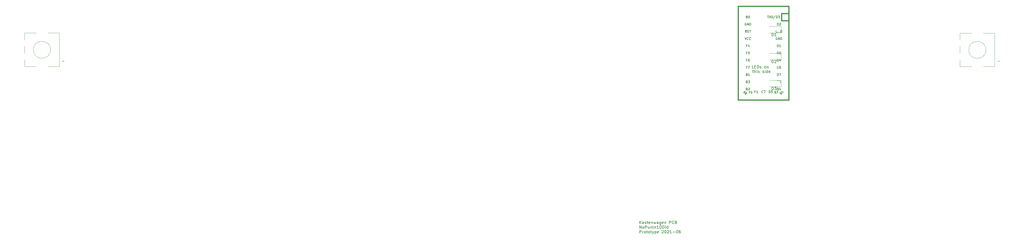
<source format=gto>
G04 #@! TF.GenerationSoftware,KiCad,Pcbnew,(5.1.9)-1*
G04 #@! TF.CreationDate,2021-06-08T14:56:48-04:00*
G04 #@! TF.ProjectId,kastenwagen-pcb,6b617374-656e-4776-9167-656e2d706362,rev?*
G04 #@! TF.SameCoordinates,Original*
G04 #@! TF.FileFunction,Legend,Top*
G04 #@! TF.FilePolarity,Positive*
%FSLAX46Y46*%
G04 Gerber Fmt 4.6, Leading zero omitted, Abs format (unit mm)*
G04 Created by KiCad (PCBNEW (5.1.9)-1) date 2021-06-08 14:56:48*
%MOMM*%
%LPD*%
G01*
G04 APERTURE LIST*
%ADD10C,0.150000*%
%ADD11C,0.120000*%
%ADD12C,0.381000*%
%ADD13C,3.987800*%
%ADD14C,1.750000*%
%ADD15C,3.048000*%
%ADD16R,2.000000X2.000000*%
%ADD17C,2.000000*%
%ADD18C,1.752600*%
%ADD19R,1.752600X1.752600*%
G04 APERTURE END LIST*
D10*
X235387195Y-86686380D02*
X235387195Y-85686380D01*
X235958623Y-86686380D02*
X235530052Y-86114952D01*
X235958623Y-85686380D02*
X235387195Y-86257809D01*
X236815766Y-86686380D02*
X236815766Y-86162571D01*
X236768147Y-86067333D01*
X236672909Y-86019714D01*
X236482433Y-86019714D01*
X236387195Y-86067333D01*
X236815766Y-86638761D02*
X236720528Y-86686380D01*
X236482433Y-86686380D01*
X236387195Y-86638761D01*
X236339576Y-86543523D01*
X236339576Y-86448285D01*
X236387195Y-86353047D01*
X236482433Y-86305428D01*
X236720528Y-86305428D01*
X236815766Y-86257809D01*
X237244338Y-86638761D02*
X237339576Y-86686380D01*
X237530052Y-86686380D01*
X237625290Y-86638761D01*
X237672909Y-86543523D01*
X237672909Y-86495904D01*
X237625290Y-86400666D01*
X237530052Y-86353047D01*
X237387195Y-86353047D01*
X237291957Y-86305428D01*
X237244338Y-86210190D01*
X237244338Y-86162571D01*
X237291957Y-86067333D01*
X237387195Y-86019714D01*
X237530052Y-86019714D01*
X237625290Y-86067333D01*
X237958623Y-86019714D02*
X238339576Y-86019714D01*
X238101480Y-85686380D02*
X238101480Y-86543523D01*
X238149100Y-86638761D01*
X238244338Y-86686380D01*
X238339576Y-86686380D01*
X239053861Y-86638761D02*
X238958623Y-86686380D01*
X238768147Y-86686380D01*
X238672909Y-86638761D01*
X238625290Y-86543523D01*
X238625290Y-86162571D01*
X238672909Y-86067333D01*
X238768147Y-86019714D01*
X238958623Y-86019714D01*
X239053861Y-86067333D01*
X239101480Y-86162571D01*
X239101480Y-86257809D01*
X238625290Y-86353047D01*
X239530052Y-86019714D02*
X239530052Y-86686380D01*
X239530052Y-86114952D02*
X239577671Y-86067333D01*
X239672909Y-86019714D01*
X239815766Y-86019714D01*
X239911004Y-86067333D01*
X239958623Y-86162571D01*
X239958623Y-86686380D01*
X240339576Y-86019714D02*
X240530052Y-86686380D01*
X240720528Y-86210190D01*
X240911004Y-86686380D01*
X241101480Y-86019714D01*
X241911004Y-86686380D02*
X241911004Y-86162571D01*
X241863385Y-86067333D01*
X241768147Y-86019714D01*
X241577671Y-86019714D01*
X241482433Y-86067333D01*
X241911004Y-86638761D02*
X241815766Y-86686380D01*
X241577671Y-86686380D01*
X241482433Y-86638761D01*
X241434814Y-86543523D01*
X241434814Y-86448285D01*
X241482433Y-86353047D01*
X241577671Y-86305428D01*
X241815766Y-86305428D01*
X241911004Y-86257809D01*
X242815766Y-86019714D02*
X242815766Y-86829238D01*
X242768147Y-86924476D01*
X242720528Y-86972095D01*
X242625290Y-87019714D01*
X242482433Y-87019714D01*
X242387195Y-86972095D01*
X242815766Y-86638761D02*
X242720528Y-86686380D01*
X242530052Y-86686380D01*
X242434814Y-86638761D01*
X242387195Y-86591142D01*
X242339576Y-86495904D01*
X242339576Y-86210190D01*
X242387195Y-86114952D01*
X242434814Y-86067333D01*
X242530052Y-86019714D01*
X242720528Y-86019714D01*
X242815766Y-86067333D01*
X243672909Y-86638761D02*
X243577671Y-86686380D01*
X243387195Y-86686380D01*
X243291957Y-86638761D01*
X243244338Y-86543523D01*
X243244338Y-86162571D01*
X243291957Y-86067333D01*
X243387195Y-86019714D01*
X243577671Y-86019714D01*
X243672909Y-86067333D01*
X243720528Y-86162571D01*
X243720528Y-86257809D01*
X243244338Y-86353047D01*
X244149100Y-86019714D02*
X244149100Y-86686380D01*
X244149100Y-86114952D02*
X244196719Y-86067333D01*
X244291957Y-86019714D01*
X244434814Y-86019714D01*
X244530052Y-86067333D01*
X244577671Y-86162571D01*
X244577671Y-86686380D01*
X245815766Y-86686380D02*
X245815766Y-85686380D01*
X246196719Y-85686380D01*
X246291957Y-85734000D01*
X246339576Y-85781619D01*
X246387195Y-85876857D01*
X246387195Y-86019714D01*
X246339576Y-86114952D01*
X246291957Y-86162571D01*
X246196719Y-86210190D01*
X245815766Y-86210190D01*
X247387195Y-86591142D02*
X247339576Y-86638761D01*
X247196719Y-86686380D01*
X247101480Y-86686380D01*
X246958623Y-86638761D01*
X246863385Y-86543523D01*
X246815766Y-86448285D01*
X246768147Y-86257809D01*
X246768147Y-86114952D01*
X246815766Y-85924476D01*
X246863385Y-85829238D01*
X246958623Y-85734000D01*
X247101480Y-85686380D01*
X247196719Y-85686380D01*
X247339576Y-85734000D01*
X247387195Y-85781619D01*
X248149100Y-86162571D02*
X248291957Y-86210190D01*
X248339576Y-86257809D01*
X248387195Y-86353047D01*
X248387195Y-86495904D01*
X248339576Y-86591142D01*
X248291957Y-86638761D01*
X248196719Y-86686380D01*
X247815766Y-86686380D01*
X247815766Y-85686380D01*
X248149100Y-85686380D01*
X248244338Y-85734000D01*
X248291957Y-85781619D01*
X248339576Y-85876857D01*
X248339576Y-85972095D01*
X248291957Y-86067333D01*
X248244338Y-86114952D01*
X248149100Y-86162571D01*
X247815766Y-86162571D01*
X235387195Y-88336380D02*
X235387195Y-87336380D01*
X235958623Y-88336380D01*
X235958623Y-87336380D01*
X236577671Y-88336380D02*
X236482433Y-88288761D01*
X236434814Y-88241142D01*
X236387195Y-88145904D01*
X236387195Y-87860190D01*
X236434814Y-87764952D01*
X236482433Y-87717333D01*
X236577671Y-87669714D01*
X236720528Y-87669714D01*
X236815766Y-87717333D01*
X236863385Y-87764952D01*
X236911004Y-87860190D01*
X236911004Y-88145904D01*
X236863385Y-88241142D01*
X236815766Y-88288761D01*
X236720528Y-88336380D01*
X236577671Y-88336380D01*
X237339576Y-88336380D02*
X237339576Y-87336380D01*
X237720528Y-87336380D01*
X237815766Y-87384000D01*
X237863385Y-87431619D01*
X237911004Y-87526857D01*
X237911004Y-87669714D01*
X237863385Y-87764952D01*
X237815766Y-87812571D01*
X237720528Y-87860190D01*
X237339576Y-87860190D01*
X238768147Y-87669714D02*
X238768147Y-88336380D01*
X238339576Y-87669714D02*
X238339576Y-88193523D01*
X238387195Y-88288761D01*
X238482433Y-88336380D01*
X238625290Y-88336380D01*
X238720528Y-88288761D01*
X238768147Y-88241142D01*
X239244338Y-87669714D02*
X239244338Y-88336380D01*
X239244338Y-87764952D02*
X239291957Y-87717333D01*
X239387195Y-87669714D01*
X239530052Y-87669714D01*
X239625290Y-87717333D01*
X239672909Y-87812571D01*
X239672909Y-88336380D01*
X240149100Y-88336380D02*
X240149100Y-87336380D01*
X240625290Y-87669714D02*
X240625290Y-88336380D01*
X240625290Y-87764952D02*
X240672909Y-87717333D01*
X240768147Y-87669714D01*
X240911004Y-87669714D01*
X241006242Y-87717333D01*
X241053861Y-87812571D01*
X241053861Y-88336380D01*
X242053861Y-88336380D02*
X241482433Y-88336380D01*
X241768147Y-88336380D02*
X241768147Y-87336380D01*
X241672909Y-87479238D01*
X241577671Y-87574476D01*
X241482433Y-87622095D01*
X242672909Y-87336380D02*
X242768147Y-87336380D01*
X242863385Y-87384000D01*
X242911004Y-87431619D01*
X242958623Y-87526857D01*
X243006242Y-87717333D01*
X243006242Y-87955428D01*
X242958623Y-88145904D01*
X242911004Y-88241142D01*
X242863385Y-88288761D01*
X242768147Y-88336380D01*
X242672909Y-88336380D01*
X242577671Y-88288761D01*
X242530052Y-88241142D01*
X242482433Y-88145904D01*
X242434814Y-87955428D01*
X242434814Y-87717333D01*
X242482433Y-87526857D01*
X242530052Y-87431619D01*
X242577671Y-87384000D01*
X242672909Y-87336380D01*
X243434814Y-88336380D02*
X243434814Y-87336380D01*
X243672909Y-87336380D01*
X243815766Y-87384000D01*
X243911004Y-87479238D01*
X243958623Y-87574476D01*
X244006242Y-87764952D01*
X244006242Y-87907809D01*
X243958623Y-88098285D01*
X243911004Y-88193523D01*
X243815766Y-88288761D01*
X243672909Y-88336380D01*
X243434814Y-88336380D01*
X244434814Y-88336380D02*
X244434814Y-87669714D01*
X244434814Y-87336380D02*
X244387195Y-87384000D01*
X244434814Y-87431619D01*
X244482433Y-87384000D01*
X244434814Y-87336380D01*
X244434814Y-87431619D01*
X245339576Y-88336380D02*
X245339576Y-87336380D01*
X245339576Y-88288761D02*
X245244338Y-88336380D01*
X245053861Y-88336380D01*
X244958623Y-88288761D01*
X244911004Y-88241142D01*
X244863385Y-88145904D01*
X244863385Y-87860190D01*
X244911004Y-87764952D01*
X244958623Y-87717333D01*
X245053861Y-87669714D01*
X245244338Y-87669714D01*
X245339576Y-87717333D01*
X235387195Y-89986380D02*
X235387195Y-88986380D01*
X235768147Y-88986380D01*
X235863385Y-89034000D01*
X235911004Y-89081619D01*
X235958623Y-89176857D01*
X235958623Y-89319714D01*
X235911004Y-89414952D01*
X235863385Y-89462571D01*
X235768147Y-89510190D01*
X235387195Y-89510190D01*
X236387195Y-89986380D02*
X236387195Y-89319714D01*
X236387195Y-89510190D02*
X236434814Y-89414952D01*
X236482433Y-89367333D01*
X236577671Y-89319714D01*
X236672909Y-89319714D01*
X237149100Y-89986380D02*
X237053861Y-89938761D01*
X237006242Y-89891142D01*
X236958623Y-89795904D01*
X236958623Y-89510190D01*
X237006242Y-89414952D01*
X237053861Y-89367333D01*
X237149100Y-89319714D01*
X237291957Y-89319714D01*
X237387195Y-89367333D01*
X237434814Y-89414952D01*
X237482433Y-89510190D01*
X237482433Y-89795904D01*
X237434814Y-89891142D01*
X237387195Y-89938761D01*
X237291957Y-89986380D01*
X237149100Y-89986380D01*
X237768147Y-89319714D02*
X238149100Y-89319714D01*
X237911004Y-88986380D02*
X237911004Y-89843523D01*
X237958623Y-89938761D01*
X238053861Y-89986380D01*
X238149100Y-89986380D01*
X238625290Y-89986380D02*
X238530052Y-89938761D01*
X238482433Y-89891142D01*
X238434814Y-89795904D01*
X238434814Y-89510190D01*
X238482433Y-89414952D01*
X238530052Y-89367333D01*
X238625290Y-89319714D01*
X238768147Y-89319714D01*
X238863385Y-89367333D01*
X238911004Y-89414952D01*
X238958623Y-89510190D01*
X238958623Y-89795904D01*
X238911004Y-89891142D01*
X238863385Y-89938761D01*
X238768147Y-89986380D01*
X238625290Y-89986380D01*
X239244338Y-89319714D02*
X239625290Y-89319714D01*
X239387195Y-88986380D02*
X239387195Y-89843523D01*
X239434814Y-89938761D01*
X239530052Y-89986380D01*
X239625290Y-89986380D01*
X239863385Y-89319714D02*
X240101480Y-89986380D01*
X240339576Y-89319714D02*
X240101480Y-89986380D01*
X240006242Y-90224476D01*
X239958623Y-90272095D01*
X239863385Y-90319714D01*
X240720528Y-89319714D02*
X240720528Y-90319714D01*
X240720528Y-89367333D02*
X240815766Y-89319714D01*
X241006242Y-89319714D01*
X241101480Y-89367333D01*
X241149100Y-89414952D01*
X241196719Y-89510190D01*
X241196719Y-89795904D01*
X241149100Y-89891142D01*
X241101480Y-89938761D01*
X241006242Y-89986380D01*
X240815766Y-89986380D01*
X240720528Y-89938761D01*
X242006242Y-89938761D02*
X241911004Y-89986380D01*
X241720528Y-89986380D01*
X241625290Y-89938761D01*
X241577671Y-89843523D01*
X241577671Y-89462571D01*
X241625290Y-89367333D01*
X241720528Y-89319714D01*
X241911004Y-89319714D01*
X242006242Y-89367333D01*
X242053861Y-89462571D01*
X242053861Y-89557809D01*
X241577671Y-89653047D01*
X243196719Y-89081619D02*
X243244338Y-89034000D01*
X243339576Y-88986380D01*
X243577671Y-88986380D01*
X243672909Y-89034000D01*
X243720528Y-89081619D01*
X243768147Y-89176857D01*
X243768147Y-89272095D01*
X243720528Y-89414952D01*
X243149100Y-89986380D01*
X243768147Y-89986380D01*
X244387195Y-88986380D02*
X244482433Y-88986380D01*
X244577671Y-89034000D01*
X244625290Y-89081619D01*
X244672909Y-89176857D01*
X244720528Y-89367333D01*
X244720528Y-89605428D01*
X244672909Y-89795904D01*
X244625290Y-89891142D01*
X244577671Y-89938761D01*
X244482433Y-89986380D01*
X244387195Y-89986380D01*
X244291957Y-89938761D01*
X244244338Y-89891142D01*
X244196719Y-89795904D01*
X244149100Y-89605428D01*
X244149100Y-89367333D01*
X244196719Y-89176857D01*
X244244338Y-89081619D01*
X244291957Y-89034000D01*
X244387195Y-88986380D01*
X245101480Y-89081619D02*
X245149100Y-89034000D01*
X245244338Y-88986380D01*
X245482433Y-88986380D01*
X245577671Y-89034000D01*
X245625290Y-89081619D01*
X245672909Y-89176857D01*
X245672909Y-89272095D01*
X245625290Y-89414952D01*
X245053861Y-89986380D01*
X245672909Y-89986380D01*
X246625290Y-89986380D02*
X246053861Y-89986380D01*
X246339576Y-89986380D02*
X246339576Y-88986380D01*
X246244338Y-89129238D01*
X246149100Y-89224476D01*
X246053861Y-89272095D01*
X247053861Y-89605428D02*
X247815766Y-89605428D01*
X248482433Y-88986380D02*
X248577671Y-88986380D01*
X248672909Y-89034000D01*
X248720528Y-89081619D01*
X248768147Y-89176857D01*
X248815766Y-89367333D01*
X248815766Y-89605428D01*
X248768147Y-89795904D01*
X248720528Y-89891142D01*
X248672909Y-89938761D01*
X248577671Y-89986380D01*
X248482433Y-89986380D01*
X248387195Y-89938761D01*
X248339576Y-89891142D01*
X248291957Y-89795904D01*
X248244338Y-89605428D01*
X248244338Y-89367333D01*
X248291957Y-89176857D01*
X248339576Y-89081619D01*
X248387195Y-89034000D01*
X248482433Y-88986380D01*
X249672909Y-88986380D02*
X249482433Y-88986380D01*
X249387195Y-89034000D01*
X249339576Y-89081619D01*
X249244338Y-89224476D01*
X249196719Y-89414952D01*
X249196719Y-89795904D01*
X249244338Y-89891142D01*
X249291957Y-89938761D01*
X249387195Y-89986380D01*
X249577671Y-89986380D01*
X249672909Y-89938761D01*
X249720528Y-89891142D01*
X249768147Y-89795904D01*
X249768147Y-89557809D01*
X249720528Y-89462571D01*
X249672909Y-89414952D01*
X249577671Y-89367333D01*
X249387195Y-89367333D01*
X249291957Y-89414952D01*
X249244338Y-89462571D01*
X249196719Y-89557809D01*
X275466514Y-31834580D02*
X274990323Y-31834580D01*
X274990323Y-30834580D01*
X275799847Y-31310771D02*
X276133180Y-31310771D01*
X276276038Y-31834580D02*
X275799847Y-31834580D01*
X275799847Y-30834580D01*
X276276038Y-30834580D01*
X276704609Y-31834580D02*
X276704609Y-30834580D01*
X276942704Y-30834580D01*
X277085561Y-30882200D01*
X277180800Y-30977438D01*
X277228419Y-31072676D01*
X277276038Y-31263152D01*
X277276038Y-31406009D01*
X277228419Y-31596485D01*
X277180800Y-31691723D01*
X277085561Y-31786961D01*
X276942704Y-31834580D01*
X276704609Y-31834580D01*
X277656990Y-31786961D02*
X277752228Y-31834580D01*
X277942704Y-31834580D01*
X278037942Y-31786961D01*
X278085561Y-31691723D01*
X278085561Y-31644104D01*
X278037942Y-31548866D01*
X277942704Y-31501247D01*
X277799847Y-31501247D01*
X277704609Y-31453628D01*
X277656990Y-31358390D01*
X277656990Y-31310771D01*
X277704609Y-31215533D01*
X277799847Y-31167914D01*
X277942704Y-31167914D01*
X278037942Y-31215533D01*
X279418895Y-31834580D02*
X279323657Y-31786961D01*
X279276038Y-31739342D01*
X279228419Y-31644104D01*
X279228419Y-31358390D01*
X279276038Y-31263152D01*
X279323657Y-31215533D01*
X279418895Y-31167914D01*
X279561752Y-31167914D01*
X279656990Y-31215533D01*
X279704609Y-31263152D01*
X279752228Y-31358390D01*
X279752228Y-31644104D01*
X279704609Y-31739342D01*
X279656990Y-31786961D01*
X279561752Y-31834580D01*
X279418895Y-31834580D01*
X280180800Y-31167914D02*
X280180800Y-31834580D01*
X280180800Y-31263152D02*
X280228419Y-31215533D01*
X280323657Y-31167914D01*
X280466514Y-31167914D01*
X280561752Y-31215533D01*
X280609371Y-31310771D01*
X280609371Y-31834580D01*
X274990323Y-32817914D02*
X275371276Y-32817914D01*
X275133180Y-32484580D02*
X275133180Y-33341723D01*
X275180800Y-33436961D01*
X275276038Y-33484580D01*
X275371276Y-33484580D01*
X275704609Y-33484580D02*
X275704609Y-32484580D01*
X276133180Y-33484580D02*
X276133180Y-32960771D01*
X276085561Y-32865533D01*
X275990323Y-32817914D01*
X275847466Y-32817914D01*
X275752228Y-32865533D01*
X275704609Y-32913152D01*
X276609371Y-33484580D02*
X276609371Y-32817914D01*
X276609371Y-32484580D02*
X276561752Y-32532200D01*
X276609371Y-32579819D01*
X276656990Y-32532200D01*
X276609371Y-32484580D01*
X276609371Y-32579819D01*
X277037942Y-33436961D02*
X277133180Y-33484580D01*
X277323657Y-33484580D01*
X277418895Y-33436961D01*
X277466514Y-33341723D01*
X277466514Y-33294104D01*
X277418895Y-33198866D01*
X277323657Y-33151247D01*
X277180800Y-33151247D01*
X277085561Y-33103628D01*
X277037942Y-33008390D01*
X277037942Y-32960771D01*
X277085561Y-32865533D01*
X277180800Y-32817914D01*
X277323657Y-32817914D01*
X277418895Y-32865533D01*
X278609371Y-33436961D02*
X278704609Y-33484580D01*
X278895085Y-33484580D01*
X278990323Y-33436961D01*
X279037942Y-33341723D01*
X279037942Y-33294104D01*
X278990323Y-33198866D01*
X278895085Y-33151247D01*
X278752228Y-33151247D01*
X278656990Y-33103628D01*
X278609371Y-33008390D01*
X278609371Y-32960771D01*
X278656990Y-32865533D01*
X278752228Y-32817914D01*
X278895085Y-32817914D01*
X278990323Y-32865533D01*
X279466514Y-33484580D02*
X279466514Y-32817914D01*
X279466514Y-32484580D02*
X279418895Y-32532200D01*
X279466514Y-32579819D01*
X279514133Y-32532200D01*
X279466514Y-32484580D01*
X279466514Y-32579819D01*
X280371276Y-33484580D02*
X280371276Y-32484580D01*
X280371276Y-33436961D02*
X280276038Y-33484580D01*
X280085561Y-33484580D01*
X279990323Y-33436961D01*
X279942704Y-33389342D01*
X279895085Y-33294104D01*
X279895085Y-33008390D01*
X279942704Y-32913152D01*
X279990323Y-32865533D01*
X280085561Y-32817914D01*
X280276038Y-32817914D01*
X280371276Y-32865533D01*
X281228419Y-33436961D02*
X281133180Y-33484580D01*
X280942704Y-33484580D01*
X280847466Y-33436961D01*
X280799847Y-33341723D01*
X280799847Y-32960771D01*
X280847466Y-32865533D01*
X280942704Y-32817914D01*
X281133180Y-32817914D01*
X281228419Y-32865533D01*
X281276038Y-32960771D01*
X281276038Y-33056009D01*
X280799847Y-33151247D01*
X280669047Y-18055714D02*
X281430952Y-18341428D01*
X280669047Y-18627142D01*
X280669047Y-27455714D02*
X281430952Y-27741428D01*
X280669047Y-28027142D01*
X280619047Y-36985714D02*
X281380952Y-37271428D01*
X280619047Y-37557142D01*
D11*
G04 #@! TO.C,D3*
X280987500Y-38385000D02*
X285047500Y-38385000D01*
X285047500Y-38385000D02*
X285047500Y-36115000D01*
X285047500Y-36115000D02*
X280987500Y-36115000D01*
G04 #@! TO.C,D2*
X280987500Y-28882500D02*
X285047500Y-28882500D01*
X285047500Y-28882500D02*
X285047500Y-26612500D01*
X285047500Y-26612500D02*
X280987500Y-26612500D01*
G04 #@! TO.C,D1*
X280987500Y-19385000D02*
X285047500Y-19385000D01*
X285047500Y-19385000D02*
X285047500Y-17115000D01*
X285047500Y-17115000D02*
X280987500Y-17115000D01*
G04 #@! TO.C,RSW181*
X357012500Y-25400000D02*
G75*
G03*
X357012500Y-25400000I-3000000J0D01*
G01*
X352012500Y-31300000D02*
X347912500Y-31300000D01*
X347912500Y-19500000D02*
X352012500Y-19500000D01*
X356012500Y-19500000D02*
X360112500Y-19500000D01*
X356012500Y-31300000D02*
X360112500Y-31300000D01*
X360112500Y-31300000D02*
X360112500Y-19500000D01*
X361512500Y-29200000D02*
X361812500Y-29500000D01*
X361812500Y-29500000D02*
X361212500Y-29500000D01*
X361212500Y-29500000D02*
X361512500Y-29200000D01*
X347912500Y-31300000D02*
X347912500Y-28900000D01*
X347912500Y-26700000D02*
X347912500Y-24100000D01*
X347912500Y-21900000D02*
X347912500Y-19500000D01*
X354012500Y-25900000D02*
X354012500Y-24900000D01*
X354512500Y-25400000D02*
X353512500Y-25400000D01*
G04 #@! TO.C,RSW100*
X28400000Y-25356250D02*
G75*
G03*
X28400000Y-25356250I-3000000J0D01*
G01*
X23400000Y-31256250D02*
X19300000Y-31256250D01*
X19300000Y-19456250D02*
X23400000Y-19456250D01*
X27400000Y-19456250D02*
X31500000Y-19456250D01*
X27400000Y-31256250D02*
X31500000Y-31256250D01*
X31500000Y-31256250D02*
X31500000Y-19456250D01*
X32900000Y-29156250D02*
X33200000Y-29456250D01*
X33200000Y-29456250D02*
X32600000Y-29456250D01*
X32600000Y-29456250D02*
X32900000Y-29156250D01*
X19300000Y-31256250D02*
X19300000Y-28856250D01*
X19300000Y-26656250D02*
X19300000Y-24056250D01*
X19300000Y-21856250D02*
X19300000Y-19456250D01*
X25400000Y-25856250D02*
X25400000Y-24856250D01*
X25900000Y-25356250D02*
X24900000Y-25356250D01*
D12*
G04 #@! TO.C,U1*
X285230000Y-15110000D02*
X287770000Y-15110000D01*
X285230000Y-12570000D02*
X285230000Y-15110000D01*
D10*
G36*
X272835365Y-18859030D02*
G01*
X272835365Y-18959030D01*
X272735365Y-18959030D01*
X272735365Y-18859030D01*
X272835365Y-18859030D01*
G37*
X272835365Y-18859030D02*
X272835365Y-18959030D01*
X272735365Y-18959030D01*
X272735365Y-18859030D01*
X272835365Y-18859030D01*
G36*
X272635365Y-18459030D02*
G01*
X272635365Y-19259030D01*
X272535365Y-19259030D01*
X272535365Y-18459030D01*
X272635365Y-18459030D01*
G37*
X272635365Y-18459030D02*
X272635365Y-19259030D01*
X272535365Y-19259030D01*
X272535365Y-18459030D01*
X272635365Y-18459030D01*
G36*
X273035365Y-19059030D02*
G01*
X273035365Y-19259030D01*
X272935365Y-19259030D01*
X272935365Y-19059030D01*
X273035365Y-19059030D01*
G37*
X273035365Y-19059030D02*
X273035365Y-19259030D01*
X272935365Y-19259030D01*
X272935365Y-19059030D01*
X273035365Y-19059030D01*
G36*
X273035365Y-18459030D02*
G01*
X273035365Y-18759030D01*
X272935365Y-18759030D01*
X272935365Y-18459030D01*
X273035365Y-18459030D01*
G37*
X273035365Y-18459030D02*
X273035365Y-18759030D01*
X272935365Y-18759030D01*
X272935365Y-18459030D01*
X273035365Y-18459030D01*
G36*
X273035365Y-18459030D02*
G01*
X273035365Y-18559030D01*
X272535365Y-18559030D01*
X272535365Y-18459030D01*
X273035365Y-18459030D01*
G37*
X273035365Y-18459030D02*
X273035365Y-18559030D01*
X272535365Y-18559030D01*
X272535365Y-18459030D01*
X273035365Y-18459030D01*
D12*
X269990000Y-43050000D02*
X269990000Y-10030000D01*
X287770000Y-43050000D02*
X269990000Y-43050000D01*
X287770000Y-10030000D02*
X287770000Y-43050000D01*
X269990000Y-10030000D02*
X287770000Y-10030000D01*
X285230000Y-12570000D02*
X287770000Y-12570000D01*
G04 #@! TO.C,D3*
D10*
X281849404Y-39522380D02*
X281849404Y-38522380D01*
X282087500Y-38522380D01*
X282230357Y-38570000D01*
X282325595Y-38665238D01*
X282373214Y-38760476D01*
X282420833Y-38950952D01*
X282420833Y-39093809D01*
X282373214Y-39284285D01*
X282325595Y-39379523D01*
X282230357Y-39474761D01*
X282087500Y-39522380D01*
X281849404Y-39522380D01*
X282754166Y-38522380D02*
X283373214Y-38522380D01*
X283039880Y-38903333D01*
X283182738Y-38903333D01*
X283277976Y-38950952D01*
X283325595Y-38998571D01*
X283373214Y-39093809D01*
X283373214Y-39331904D01*
X283325595Y-39427142D01*
X283277976Y-39474761D01*
X283182738Y-39522380D01*
X282897023Y-39522380D01*
X282801785Y-39474761D01*
X282754166Y-39427142D01*
G04 #@! TO.C,D2*
X281849404Y-30019880D02*
X281849404Y-29019880D01*
X282087500Y-29019880D01*
X282230357Y-29067500D01*
X282325595Y-29162738D01*
X282373214Y-29257976D01*
X282420833Y-29448452D01*
X282420833Y-29591309D01*
X282373214Y-29781785D01*
X282325595Y-29877023D01*
X282230357Y-29972261D01*
X282087500Y-30019880D01*
X281849404Y-30019880D01*
X282801785Y-29115119D02*
X282849404Y-29067500D01*
X282944642Y-29019880D01*
X283182738Y-29019880D01*
X283277976Y-29067500D01*
X283325595Y-29115119D01*
X283373214Y-29210357D01*
X283373214Y-29305595D01*
X283325595Y-29448452D01*
X282754166Y-30019880D01*
X283373214Y-30019880D01*
G04 #@! TO.C,D1*
X281849404Y-20522380D02*
X281849404Y-19522380D01*
X282087500Y-19522380D01*
X282230357Y-19570000D01*
X282325595Y-19665238D01*
X282373214Y-19760476D01*
X282420833Y-19950952D01*
X282420833Y-20093809D01*
X282373214Y-20284285D01*
X282325595Y-20379523D01*
X282230357Y-20474761D01*
X282087500Y-20522380D01*
X281849404Y-20522380D01*
X283373214Y-20522380D02*
X282801785Y-20522380D01*
X283087500Y-20522380D02*
X283087500Y-19522380D01*
X282992261Y-19665238D01*
X282897023Y-19760476D01*
X282801785Y-19808095D01*
G04 #@! TO.C,U1*
X283750523Y-16741904D02*
X283750523Y-15941904D01*
X283941000Y-15941904D01*
X284055285Y-15980000D01*
X284131476Y-16056190D01*
X284169571Y-16132380D01*
X284207666Y-16284761D01*
X284207666Y-16399047D01*
X284169571Y-16551428D01*
X284131476Y-16627619D01*
X284055285Y-16703809D01*
X283941000Y-16741904D01*
X283750523Y-16741904D01*
X284512428Y-16018095D02*
X284550523Y-15980000D01*
X284626714Y-15941904D01*
X284817190Y-15941904D01*
X284893380Y-15980000D01*
X284931476Y-16018095D01*
X284969571Y-16094285D01*
X284969571Y-16170476D01*
X284931476Y-16284761D01*
X284474333Y-16741904D01*
X284969571Y-16741904D01*
X283750523Y-26901904D02*
X283750523Y-26101904D01*
X283941000Y-26101904D01*
X284055285Y-26140000D01*
X284131476Y-26216190D01*
X284169571Y-26292380D01*
X284207666Y-26444761D01*
X284207666Y-26559047D01*
X284169571Y-26711428D01*
X284131476Y-26787619D01*
X284055285Y-26863809D01*
X283941000Y-26901904D01*
X283750523Y-26901904D01*
X284702904Y-26101904D02*
X284779095Y-26101904D01*
X284855285Y-26140000D01*
X284893380Y-26178095D01*
X284931476Y-26254285D01*
X284969571Y-26406666D01*
X284969571Y-26597142D01*
X284931476Y-26749523D01*
X284893380Y-26825714D01*
X284855285Y-26863809D01*
X284779095Y-26901904D01*
X284702904Y-26901904D01*
X284626714Y-26863809D01*
X284588619Y-26825714D01*
X284550523Y-26749523D01*
X284512428Y-26597142D01*
X284512428Y-26406666D01*
X284550523Y-26254285D01*
X284588619Y-26178095D01*
X284626714Y-26140000D01*
X284702904Y-26101904D01*
X283750523Y-24361904D02*
X283750523Y-23561904D01*
X283941000Y-23561904D01*
X284055285Y-23600000D01*
X284131476Y-23676190D01*
X284169571Y-23752380D01*
X284207666Y-23904761D01*
X284207666Y-24019047D01*
X284169571Y-24171428D01*
X284131476Y-24247619D01*
X284055285Y-24323809D01*
X283941000Y-24361904D01*
X283750523Y-24361904D01*
X284969571Y-24361904D02*
X284512428Y-24361904D01*
X284741000Y-24361904D02*
X284741000Y-23561904D01*
X284664809Y-23676190D01*
X284588619Y-23752380D01*
X284512428Y-23790476D01*
X283731476Y-21060000D02*
X283655285Y-21021904D01*
X283541000Y-21021904D01*
X283426714Y-21060000D01*
X283350523Y-21136190D01*
X283312428Y-21212380D01*
X283274333Y-21364761D01*
X283274333Y-21479047D01*
X283312428Y-21631428D01*
X283350523Y-21707619D01*
X283426714Y-21783809D01*
X283541000Y-21821904D01*
X283617190Y-21821904D01*
X283731476Y-21783809D01*
X283769571Y-21745714D01*
X283769571Y-21479047D01*
X283617190Y-21479047D01*
X284112428Y-21821904D02*
X284112428Y-21021904D01*
X284569571Y-21821904D01*
X284569571Y-21021904D01*
X284950523Y-21821904D02*
X284950523Y-21021904D01*
X285141000Y-21021904D01*
X285255285Y-21060000D01*
X285331476Y-21136190D01*
X285369571Y-21212380D01*
X285407666Y-21364761D01*
X285407666Y-21479047D01*
X285369571Y-21631428D01*
X285331476Y-21707619D01*
X285255285Y-21783809D01*
X285141000Y-21821904D01*
X284950523Y-21821904D01*
X283731476Y-18520000D02*
X283655285Y-18481904D01*
X283541000Y-18481904D01*
X283426714Y-18520000D01*
X283350523Y-18596190D01*
X283312428Y-18672380D01*
X283274333Y-18824761D01*
X283274333Y-18939047D01*
X283312428Y-19091428D01*
X283350523Y-19167619D01*
X283426714Y-19243809D01*
X283541000Y-19281904D01*
X283617190Y-19281904D01*
X283731476Y-19243809D01*
X283769571Y-19205714D01*
X283769571Y-18939047D01*
X283617190Y-18939047D01*
X284112428Y-19281904D02*
X284112428Y-18481904D01*
X284569571Y-19281904D01*
X284569571Y-18481904D01*
X284950523Y-19281904D02*
X284950523Y-18481904D01*
X285141000Y-18481904D01*
X285255285Y-18520000D01*
X285331476Y-18596190D01*
X285369571Y-18672380D01*
X285407666Y-18824761D01*
X285407666Y-18939047D01*
X285369571Y-19091428D01*
X285331476Y-19167619D01*
X285255285Y-19243809D01*
X285141000Y-19281904D01*
X284950523Y-19281904D01*
X283750523Y-29441904D02*
X283750523Y-28641904D01*
X283941000Y-28641904D01*
X284055285Y-28680000D01*
X284131476Y-28756190D01*
X284169571Y-28832380D01*
X284207666Y-28984761D01*
X284207666Y-29099047D01*
X284169571Y-29251428D01*
X284131476Y-29327619D01*
X284055285Y-29403809D01*
X283941000Y-29441904D01*
X283750523Y-29441904D01*
X284893380Y-28908571D02*
X284893380Y-29441904D01*
X284702904Y-28603809D02*
X284512428Y-29175238D01*
X285007666Y-29175238D01*
X284207666Y-31905714D02*
X284169571Y-31943809D01*
X284055285Y-31981904D01*
X283979095Y-31981904D01*
X283864809Y-31943809D01*
X283788619Y-31867619D01*
X283750523Y-31791428D01*
X283712428Y-31639047D01*
X283712428Y-31524761D01*
X283750523Y-31372380D01*
X283788619Y-31296190D01*
X283864809Y-31220000D01*
X283979095Y-31181904D01*
X284055285Y-31181904D01*
X284169571Y-31220000D01*
X284207666Y-31258095D01*
X284893380Y-31181904D02*
X284741000Y-31181904D01*
X284664809Y-31220000D01*
X284626714Y-31258095D01*
X284550523Y-31372380D01*
X284512428Y-31524761D01*
X284512428Y-31829523D01*
X284550523Y-31905714D01*
X284588619Y-31943809D01*
X284664809Y-31981904D01*
X284817190Y-31981904D01*
X284893380Y-31943809D01*
X284931476Y-31905714D01*
X284969571Y-31829523D01*
X284969571Y-31639047D01*
X284931476Y-31562857D01*
X284893380Y-31524761D01*
X284817190Y-31486666D01*
X284664809Y-31486666D01*
X284588619Y-31524761D01*
X284550523Y-31562857D01*
X284512428Y-31639047D01*
X283750523Y-34521904D02*
X283750523Y-33721904D01*
X283941000Y-33721904D01*
X284055285Y-33760000D01*
X284131476Y-33836190D01*
X284169571Y-33912380D01*
X284207666Y-34064761D01*
X284207666Y-34179047D01*
X284169571Y-34331428D01*
X284131476Y-34407619D01*
X284055285Y-34483809D01*
X283941000Y-34521904D01*
X283750523Y-34521904D01*
X284474333Y-33721904D02*
X285007666Y-33721904D01*
X284664809Y-34521904D01*
X283788619Y-36642857D02*
X284055285Y-36642857D01*
X284169571Y-37061904D02*
X283788619Y-37061904D01*
X283788619Y-36261904D01*
X284169571Y-36261904D01*
X284855285Y-36261904D02*
X284702904Y-36261904D01*
X284626714Y-36300000D01*
X284588619Y-36338095D01*
X284512428Y-36452380D01*
X284474333Y-36604761D01*
X284474333Y-36909523D01*
X284512428Y-36985714D01*
X284550523Y-37023809D01*
X284626714Y-37061904D01*
X284779095Y-37061904D01*
X284855285Y-37023809D01*
X284893380Y-36985714D01*
X284931476Y-36909523D01*
X284931476Y-36719047D01*
X284893380Y-36642857D01*
X284855285Y-36604761D01*
X284779095Y-36566666D01*
X284626714Y-36566666D01*
X284550523Y-36604761D01*
X284512428Y-36642857D01*
X284474333Y-36719047D01*
X284017190Y-39182857D02*
X284131476Y-39220952D01*
X284169571Y-39259047D01*
X284207666Y-39335238D01*
X284207666Y-39449523D01*
X284169571Y-39525714D01*
X284131476Y-39563809D01*
X284055285Y-39601904D01*
X283750523Y-39601904D01*
X283750523Y-38801904D01*
X284017190Y-38801904D01*
X284093380Y-38840000D01*
X284131476Y-38878095D01*
X284169571Y-38954285D01*
X284169571Y-39030476D01*
X284131476Y-39106666D01*
X284093380Y-39144761D01*
X284017190Y-39182857D01*
X283750523Y-39182857D01*
X284893380Y-39068571D02*
X284893380Y-39601904D01*
X284702904Y-38763809D02*
X284512428Y-39335238D01*
X285007666Y-39335238D01*
X285044297Y-40674991D02*
X285138578Y-40627851D01*
X285185719Y-40627851D01*
X285256429Y-40651421D01*
X285327140Y-40722132D01*
X285350710Y-40792842D01*
X285350710Y-40839983D01*
X285327140Y-40910693D01*
X285138578Y-41099255D01*
X284643603Y-40604280D01*
X284808595Y-40439289D01*
X284879306Y-40415719D01*
X284926446Y-40415719D01*
X284997157Y-40439289D01*
X285044297Y-40486429D01*
X285067867Y-40557140D01*
X285067867Y-40604280D01*
X285044297Y-40674991D01*
X284879306Y-40839983D01*
X285374280Y-39873603D02*
X285138578Y-40109306D01*
X285350710Y-40368578D01*
X285350710Y-40321438D01*
X285374280Y-40250727D01*
X285492132Y-40132876D01*
X285562842Y-40109306D01*
X285609983Y-40109306D01*
X285680693Y-40132876D01*
X285798544Y-40250727D01*
X285822115Y-40321438D01*
X285822115Y-40368578D01*
X285798544Y-40439289D01*
X285680693Y-40557140D01*
X285609983Y-40580710D01*
X285562842Y-40580710D01*
X273095190Y-36642857D02*
X273209476Y-36680952D01*
X273247571Y-36719047D01*
X273285666Y-36795238D01*
X273285666Y-36909523D01*
X273247571Y-36985714D01*
X273209476Y-37023809D01*
X273133285Y-37061904D01*
X272828523Y-37061904D01*
X272828523Y-36261904D01*
X273095190Y-36261904D01*
X273171380Y-36300000D01*
X273209476Y-36338095D01*
X273247571Y-36414285D01*
X273247571Y-36490476D01*
X273209476Y-36566666D01*
X273171380Y-36604761D01*
X273095190Y-36642857D01*
X272828523Y-36642857D01*
X273552333Y-36261904D02*
X274047571Y-36261904D01*
X273780904Y-36566666D01*
X273895190Y-36566666D01*
X273971380Y-36604761D01*
X274009476Y-36642857D01*
X274047571Y-36719047D01*
X274047571Y-36909523D01*
X274009476Y-36985714D01*
X273971380Y-37023809D01*
X273895190Y-37061904D01*
X273666619Y-37061904D01*
X273590428Y-37023809D01*
X273552333Y-36985714D01*
X273095190Y-34102857D02*
X273209476Y-34140952D01*
X273247571Y-34179047D01*
X273285666Y-34255238D01*
X273285666Y-34369523D01*
X273247571Y-34445714D01*
X273209476Y-34483809D01*
X273133285Y-34521904D01*
X272828523Y-34521904D01*
X272828523Y-33721904D01*
X273095190Y-33721904D01*
X273171380Y-33760000D01*
X273209476Y-33798095D01*
X273247571Y-33874285D01*
X273247571Y-33950476D01*
X273209476Y-34026666D01*
X273171380Y-34064761D01*
X273095190Y-34102857D01*
X272828523Y-34102857D01*
X274047571Y-34521904D02*
X273590428Y-34521904D01*
X273819000Y-34521904D02*
X273819000Y-33721904D01*
X273742809Y-33836190D01*
X273666619Y-33912380D01*
X273590428Y-33950476D01*
X273152333Y-23942857D02*
X272885666Y-23942857D01*
X272885666Y-24361904D02*
X272885666Y-23561904D01*
X273266619Y-23561904D01*
X273914238Y-23828571D02*
X273914238Y-24361904D01*
X273723761Y-23523809D02*
X273533285Y-24095238D01*
X274028523Y-24095238D01*
X272352333Y-21021904D02*
X272619000Y-21821904D01*
X272885666Y-21021904D01*
X273609476Y-21745714D02*
X273571380Y-21783809D01*
X273457095Y-21821904D01*
X273380904Y-21821904D01*
X273266619Y-21783809D01*
X273190428Y-21707619D01*
X273152333Y-21631428D01*
X273114238Y-21479047D01*
X273114238Y-21364761D01*
X273152333Y-21212380D01*
X273190428Y-21136190D01*
X273266619Y-21060000D01*
X273380904Y-21021904D01*
X273457095Y-21021904D01*
X273571380Y-21060000D01*
X273609476Y-21098095D01*
X274409476Y-21745714D02*
X274371380Y-21783809D01*
X274257095Y-21821904D01*
X274180904Y-21821904D01*
X274066619Y-21783809D01*
X273990428Y-21707619D01*
X273952333Y-21631428D01*
X273914238Y-21479047D01*
X273914238Y-21364761D01*
X273952333Y-21212380D01*
X273990428Y-21136190D01*
X274066619Y-21060000D01*
X274180904Y-21021904D01*
X274257095Y-21021904D01*
X274371380Y-21060000D01*
X274409476Y-21098095D01*
X272809476Y-15980000D02*
X272733285Y-15941904D01*
X272619000Y-15941904D01*
X272504714Y-15980000D01*
X272428523Y-16056190D01*
X272390428Y-16132380D01*
X272352333Y-16284761D01*
X272352333Y-16399047D01*
X272390428Y-16551428D01*
X272428523Y-16627619D01*
X272504714Y-16703809D01*
X272619000Y-16741904D01*
X272695190Y-16741904D01*
X272809476Y-16703809D01*
X272847571Y-16665714D01*
X272847571Y-16399047D01*
X272695190Y-16399047D01*
X273190428Y-16741904D02*
X273190428Y-15941904D01*
X273647571Y-16741904D01*
X273647571Y-15941904D01*
X274028523Y-16741904D02*
X274028523Y-15941904D01*
X274219000Y-15941904D01*
X274333285Y-15980000D01*
X274409476Y-16056190D01*
X274447571Y-16132380D01*
X274485666Y-16284761D01*
X274485666Y-16399047D01*
X274447571Y-16551428D01*
X274409476Y-16627619D01*
X274333285Y-16703809D01*
X274219000Y-16741904D01*
X274028523Y-16741904D01*
X273095190Y-13782857D02*
X273209476Y-13820952D01*
X273247571Y-13859047D01*
X273285666Y-13935238D01*
X273285666Y-14049523D01*
X273247571Y-14125714D01*
X273209476Y-14163809D01*
X273133285Y-14201904D01*
X272828523Y-14201904D01*
X272828523Y-13401904D01*
X273095190Y-13401904D01*
X273171380Y-13440000D01*
X273209476Y-13478095D01*
X273247571Y-13554285D01*
X273247571Y-13630476D01*
X273209476Y-13706666D01*
X273171380Y-13744761D01*
X273095190Y-13782857D01*
X272828523Y-13782857D01*
X273780904Y-13401904D02*
X273857095Y-13401904D01*
X273933285Y-13440000D01*
X273971380Y-13478095D01*
X274009476Y-13554285D01*
X274047571Y-13706666D01*
X274047571Y-13897142D01*
X274009476Y-14049523D01*
X273971380Y-14125714D01*
X273933285Y-14163809D01*
X273857095Y-14201904D01*
X273780904Y-14201904D01*
X273704714Y-14163809D01*
X273666619Y-14125714D01*
X273628523Y-14049523D01*
X273590428Y-13897142D01*
X273590428Y-13706666D01*
X273628523Y-13554285D01*
X273666619Y-13478095D01*
X273704714Y-13440000D01*
X273780904Y-13401904D01*
X273152333Y-26482857D02*
X272885666Y-26482857D01*
X272885666Y-26901904D02*
X272885666Y-26101904D01*
X273266619Y-26101904D01*
X273952333Y-26101904D02*
X273571380Y-26101904D01*
X273533285Y-26482857D01*
X273571380Y-26444761D01*
X273647571Y-26406666D01*
X273838047Y-26406666D01*
X273914238Y-26444761D01*
X273952333Y-26482857D01*
X273990428Y-26559047D01*
X273990428Y-26749523D01*
X273952333Y-26825714D01*
X273914238Y-26863809D01*
X273838047Y-26901904D01*
X273647571Y-26901904D01*
X273571380Y-26863809D01*
X273533285Y-26825714D01*
X273152333Y-29022857D02*
X272885666Y-29022857D01*
X272885666Y-29441904D02*
X272885666Y-28641904D01*
X273266619Y-28641904D01*
X273914238Y-28641904D02*
X273761857Y-28641904D01*
X273685666Y-28680000D01*
X273647571Y-28718095D01*
X273571380Y-28832380D01*
X273533285Y-28984761D01*
X273533285Y-29289523D01*
X273571380Y-29365714D01*
X273609476Y-29403809D01*
X273685666Y-29441904D01*
X273838047Y-29441904D01*
X273914238Y-29403809D01*
X273952333Y-29365714D01*
X273990428Y-29289523D01*
X273990428Y-29099047D01*
X273952333Y-29022857D01*
X273914238Y-28984761D01*
X273838047Y-28946666D01*
X273685666Y-28946666D01*
X273609476Y-28984761D01*
X273571380Y-29022857D01*
X273533285Y-29099047D01*
X273152333Y-31562857D02*
X272885666Y-31562857D01*
X272885666Y-31981904D02*
X272885666Y-31181904D01*
X273266619Y-31181904D01*
X273495190Y-31181904D02*
X274028523Y-31181904D01*
X273685666Y-31981904D01*
X273095190Y-39182857D02*
X273209476Y-39220952D01*
X273247571Y-39259047D01*
X273285666Y-39335238D01*
X273285666Y-39449523D01*
X273247571Y-39525714D01*
X273209476Y-39563809D01*
X273133285Y-39601904D01*
X272828523Y-39601904D01*
X272828523Y-38801904D01*
X273095190Y-38801904D01*
X273171380Y-38840000D01*
X273209476Y-38878095D01*
X273247571Y-38954285D01*
X273247571Y-39030476D01*
X273209476Y-39106666D01*
X273171380Y-39144761D01*
X273095190Y-39182857D01*
X272828523Y-39182857D01*
X273590428Y-38878095D02*
X273628523Y-38840000D01*
X273704714Y-38801904D01*
X273895190Y-38801904D01*
X273971380Y-38840000D01*
X274009476Y-38878095D01*
X274047571Y-38954285D01*
X274047571Y-39030476D01*
X274009476Y-39144761D01*
X273552333Y-39601904D01*
X274047571Y-39601904D01*
X280261395Y-13401904D02*
X280718538Y-13401904D01*
X280489967Y-14201904D02*
X280489967Y-13401904D01*
X280909014Y-13401904D02*
X281442348Y-14201904D01*
X281442348Y-13401904D02*
X280909014Y-14201904D01*
X281899491Y-13401904D02*
X281975681Y-13401904D01*
X282051872Y-13440000D01*
X282089967Y-13478095D01*
X282128062Y-13554285D01*
X282166157Y-13706666D01*
X282166157Y-13897142D01*
X282128062Y-14049523D01*
X282089967Y-14125714D01*
X282051872Y-14163809D01*
X281975681Y-14201904D01*
X281899491Y-14201904D01*
X281823300Y-14163809D01*
X281785205Y-14125714D01*
X281747110Y-14049523D01*
X281709014Y-13897142D01*
X281709014Y-13706666D01*
X281747110Y-13554285D01*
X281785205Y-13478095D01*
X281823300Y-13440000D01*
X281899491Y-13401904D01*
X283080443Y-13363809D02*
X282394729Y-14392380D01*
X283347110Y-14201904D02*
X283347110Y-13401904D01*
X283537586Y-13401904D01*
X283651872Y-13440000D01*
X283728062Y-13516190D01*
X283766157Y-13592380D01*
X283804252Y-13744761D01*
X283804252Y-13859047D01*
X283766157Y-14011428D01*
X283728062Y-14087619D01*
X283651872Y-14163809D01*
X283537586Y-14201904D01*
X283347110Y-14201904D01*
X284070919Y-13401904D02*
X284566157Y-13401904D01*
X284299491Y-13706666D01*
X284413776Y-13706666D01*
X284489967Y-13744761D01*
X284528062Y-13782857D01*
X284566157Y-13859047D01*
X284566157Y-14049523D01*
X284528062Y-14125714D01*
X284489967Y-14163809D01*
X284413776Y-14201904D01*
X284185205Y-14201904D01*
X284109014Y-14163809D01*
X284070919Y-14125714D01*
X273306666Y-19223809D02*
X273420952Y-19261904D01*
X273611428Y-19261904D01*
X273687619Y-19223809D01*
X273725714Y-19185714D01*
X273763809Y-19109523D01*
X273763809Y-19033333D01*
X273725714Y-18957142D01*
X273687619Y-18919047D01*
X273611428Y-18880952D01*
X273459047Y-18842857D01*
X273382857Y-18804761D01*
X273344761Y-18766666D01*
X273306666Y-18690476D01*
X273306666Y-18614285D01*
X273344761Y-18538095D01*
X273382857Y-18500000D01*
X273459047Y-18461904D01*
X273649523Y-18461904D01*
X273763809Y-18500000D01*
X273992380Y-18461904D02*
X274449523Y-18461904D01*
X274220952Y-19261904D02*
X274220952Y-18461904D01*
X283096666Y-40360000D02*
X283196666Y-40393333D01*
X283230000Y-40426666D01*
X283263333Y-40493333D01*
X283263333Y-40593333D01*
X283230000Y-40660000D01*
X283196666Y-40693333D01*
X283130000Y-40726666D01*
X282863333Y-40726666D01*
X282863333Y-40026666D01*
X283096666Y-40026666D01*
X283163333Y-40060000D01*
X283196666Y-40093333D01*
X283230000Y-40160000D01*
X283230000Y-40226666D01*
X283196666Y-40293333D01*
X283163333Y-40326666D01*
X283096666Y-40360000D01*
X282863333Y-40360000D01*
X283496666Y-40026666D02*
X283963333Y-40026666D01*
X283663333Y-40726666D01*
X274146666Y-40360000D02*
X273913333Y-40360000D01*
X273913333Y-40726666D02*
X273913333Y-40026666D01*
X274246666Y-40026666D01*
X274646666Y-40026666D02*
X274713333Y-40026666D01*
X274780000Y-40060000D01*
X274813333Y-40093333D01*
X274846666Y-40160000D01*
X274880000Y-40293333D01*
X274880000Y-40460000D01*
X274846666Y-40593333D01*
X274813333Y-40660000D01*
X274780000Y-40693333D01*
X274713333Y-40726666D01*
X274646666Y-40726666D01*
X274580000Y-40693333D01*
X274546666Y-40660000D01*
X274513333Y-40593333D01*
X274480000Y-40460000D01*
X274480000Y-40293333D01*
X274513333Y-40160000D01*
X274546666Y-40093333D01*
X274580000Y-40060000D01*
X274646666Y-40026666D01*
X272644991Y-40745702D02*
X272597851Y-40651421D01*
X272597851Y-40604280D01*
X272621421Y-40533570D01*
X272692132Y-40462859D01*
X272762842Y-40439289D01*
X272809983Y-40439289D01*
X272880693Y-40462859D01*
X273069255Y-40651421D01*
X272574280Y-41146396D01*
X272409289Y-40981404D01*
X272385719Y-40910693D01*
X272385719Y-40863553D01*
X272409289Y-40792842D01*
X272456429Y-40745702D01*
X272527140Y-40722132D01*
X272574280Y-40722132D01*
X272644991Y-40745702D01*
X272809983Y-40910693D01*
X271867174Y-40439289D02*
X271961455Y-40533570D01*
X272032165Y-40557140D01*
X272079306Y-40557140D01*
X272197157Y-40533570D01*
X272315008Y-40462859D01*
X272503570Y-40274297D01*
X272527140Y-40203587D01*
X272527140Y-40156446D01*
X272503570Y-40085735D01*
X272409289Y-39991455D01*
X272338578Y-39967884D01*
X272291438Y-39967884D01*
X272220727Y-39991455D01*
X272102876Y-40109306D01*
X272079306Y-40180016D01*
X272079306Y-40227157D01*
X272102876Y-40297867D01*
X272197157Y-40392148D01*
X272267867Y-40415719D01*
X272315008Y-40415719D01*
X272385719Y-40392148D01*
X278746666Y-40495714D02*
X278708571Y-40533809D01*
X278594285Y-40571904D01*
X278518095Y-40571904D01*
X278403809Y-40533809D01*
X278327619Y-40457619D01*
X278289523Y-40381428D01*
X278251428Y-40229047D01*
X278251428Y-40114761D01*
X278289523Y-39962380D01*
X278327619Y-39886190D01*
X278403809Y-39810000D01*
X278518095Y-39771904D01*
X278594285Y-39771904D01*
X278708571Y-39810000D01*
X278746666Y-39848095D01*
X279013333Y-39771904D02*
X279546666Y-39771904D01*
X279203809Y-40571904D01*
X276073333Y-40152857D02*
X275806666Y-40152857D01*
X275806666Y-40571904D02*
X275806666Y-39771904D01*
X276187619Y-39771904D01*
X276911428Y-40571904D02*
X276454285Y-40571904D01*
X276682857Y-40571904D02*
X276682857Y-39771904D01*
X276606666Y-39886190D01*
X276530476Y-39962380D01*
X276454285Y-40000476D01*
X280829523Y-40571904D02*
X280829523Y-39771904D01*
X281020000Y-39771904D01*
X281134285Y-39810000D01*
X281210476Y-39886190D01*
X281248571Y-39962380D01*
X281286666Y-40114761D01*
X281286666Y-40229047D01*
X281248571Y-40381428D01*
X281210476Y-40457619D01*
X281134285Y-40533809D01*
X281020000Y-40571904D01*
X280829523Y-40571904D01*
X282010476Y-39771904D02*
X281629523Y-39771904D01*
X281591428Y-40152857D01*
X281629523Y-40114761D01*
X281705714Y-40076666D01*
X281896190Y-40076666D01*
X281972380Y-40114761D01*
X282010476Y-40152857D01*
X282048571Y-40229047D01*
X282048571Y-40419523D01*
X282010476Y-40495714D01*
X281972380Y-40533809D01*
X281896190Y-40571904D01*
X281705714Y-40571904D01*
X281629523Y-40533809D01*
X281591428Y-40495714D01*
G04 #@! TD*
%LPC*%
G04 #@! TO.C,D3*
G36*
G01*
X281812500Y-36625000D02*
X281812500Y-37875000D01*
G75*
G02*
X281562500Y-38125000I-250000J0D01*
G01*
X280637500Y-38125000D01*
G75*
G02*
X280387500Y-37875000I0J250000D01*
G01*
X280387500Y-36625000D01*
G75*
G02*
X280637500Y-36375000I250000J0D01*
G01*
X281562500Y-36375000D01*
G75*
G02*
X281812500Y-36625000I0J-250000D01*
G01*
G37*
G36*
G01*
X284787500Y-36625000D02*
X284787500Y-37875000D01*
G75*
G02*
X284537500Y-38125000I-250000J0D01*
G01*
X283612500Y-38125000D01*
G75*
G02*
X283362500Y-37875000I0J250000D01*
G01*
X283362500Y-36625000D01*
G75*
G02*
X283612500Y-36375000I250000J0D01*
G01*
X284537500Y-36375000D01*
G75*
G02*
X284787500Y-36625000I0J-250000D01*
G01*
G37*
G04 #@! TD*
G04 #@! TO.C,D2*
G36*
G01*
X281812500Y-27122500D02*
X281812500Y-28372500D01*
G75*
G02*
X281562500Y-28622500I-250000J0D01*
G01*
X280637500Y-28622500D01*
G75*
G02*
X280387500Y-28372500I0J250000D01*
G01*
X280387500Y-27122500D01*
G75*
G02*
X280637500Y-26872500I250000J0D01*
G01*
X281562500Y-26872500D01*
G75*
G02*
X281812500Y-27122500I0J-250000D01*
G01*
G37*
G36*
G01*
X284787500Y-27122500D02*
X284787500Y-28372500D01*
G75*
G02*
X284537500Y-28622500I-250000J0D01*
G01*
X283612500Y-28622500D01*
G75*
G02*
X283362500Y-28372500I0J250000D01*
G01*
X283362500Y-27122500D01*
G75*
G02*
X283612500Y-26872500I250000J0D01*
G01*
X284537500Y-26872500D01*
G75*
G02*
X284787500Y-27122500I0J-250000D01*
G01*
G37*
G04 #@! TD*
G04 #@! TO.C,D1*
G36*
G01*
X281812500Y-17625000D02*
X281812500Y-18875000D01*
G75*
G02*
X281562500Y-19125000I-250000J0D01*
G01*
X280637500Y-19125000D01*
G75*
G02*
X280387500Y-18875000I0J250000D01*
G01*
X280387500Y-17625000D01*
G75*
G02*
X280637500Y-17375000I250000J0D01*
G01*
X281562500Y-17375000D01*
G75*
G02*
X281812500Y-17625000I0J-250000D01*
G01*
G37*
G36*
G01*
X284787500Y-17625000D02*
X284787500Y-18875000D01*
G75*
G02*
X284537500Y-19125000I-250000J0D01*
G01*
X283612500Y-19125000D01*
G75*
G02*
X283362500Y-18875000I0J250000D01*
G01*
X283362500Y-17625000D01*
G75*
G02*
X283612500Y-17375000I250000J0D01*
G01*
X284537500Y-17375000D01*
G75*
G02*
X284787500Y-17625000I0J-250000D01*
G01*
G37*
G04 #@! TD*
D13*
G04 #@! TO.C,MX437*
X156368750Y-82550000D03*
D14*
X151288750Y-82550000D03*
X161448750Y-82550000D03*
D15*
X144462500Y-89535000D03*
X168275000Y-89535000D03*
D13*
X144462500Y-74295000D03*
X168275000Y-74295000D03*
G04 #@! TD*
G04 #@! TO.C,MX417*
X108743750Y-82550000D03*
D14*
X103663750Y-82550000D03*
X113823750Y-82550000D03*
D15*
X96837500Y-89535000D03*
X120650000Y-89535000D03*
D13*
X96837500Y-74295000D03*
X120650000Y-74295000D03*
G04 #@! TD*
G04 #@! TO.C,MX417.700*
X130175000Y-82550000D03*
D14*
X125095000Y-82550000D03*
X135255000Y-82550000D03*
D15*
X73025000Y-89535000D03*
X187325000Y-89535000D03*
D13*
X73025000Y-74295000D03*
X187325000Y-74295000D03*
G04 #@! TD*
G04 #@! TO.C,MX477.200*
X325323200Y-82524600D03*
D14*
X320243200Y-82524600D03*
X330403200Y-82524600D03*
D15*
X313416950Y-89509600D03*
X337229450Y-89509600D03*
D13*
X313416950Y-74269600D03*
X337229450Y-74269600D03*
G04 #@! TD*
G04 #@! TO.C,MX487.200*
X354012500Y-73025000D03*
D14*
X354012500Y-67945000D03*
X354012500Y-78105000D03*
D15*
X360997500Y-61118750D03*
X360997500Y-84931250D03*
D13*
X345757500Y-61118750D03*
X345757500Y-84931250D03*
G04 #@! TD*
G04 #@! TO.C,MX253*
X239712500Y-44450000D03*
D14*
X234632500Y-44450000D03*
X244792500Y-44450000D03*
G04 #@! TD*
D16*
G04 #@! TO.C,RSW181*
X361512500Y-27900000D03*
D17*
X361512500Y-25400000D03*
X361512500Y-22900000D03*
X347012500Y-27900000D03*
X347012500Y-22900000D03*
G04 #@! TD*
D16*
G04 #@! TO.C,RSW100*
X32900000Y-27856250D03*
D17*
X32900000Y-25356250D03*
X32900000Y-22856250D03*
X18400000Y-27856250D03*
X18400000Y-22856250D03*
G04 #@! TD*
D18*
G04 #@! TO.C,U1*
X283960000Y-41780000D03*
X281420000Y-41780000D03*
X278880000Y-41780000D03*
X276340000Y-41780000D03*
X273800000Y-41780000D03*
X271260000Y-13840000D03*
X286271400Y-41780000D03*
X271260000Y-16380000D03*
X271260000Y-18920000D03*
X271260000Y-21460000D03*
X271260000Y-24000000D03*
X271260000Y-26540000D03*
X271260000Y-29080000D03*
X271260000Y-31620000D03*
X271260000Y-34160000D03*
X271260000Y-36700000D03*
X271260000Y-39240000D03*
X271260000Y-41780000D03*
X286500000Y-39240000D03*
X286500000Y-36700000D03*
X286500000Y-34160000D03*
X286500000Y-31620000D03*
X286500000Y-29080000D03*
X286500000Y-26540000D03*
X286500000Y-24000000D03*
X286500000Y-21460000D03*
X286500000Y-18920000D03*
X286500000Y-16380000D03*
D19*
X286500000Y-13840000D03*
G04 #@! TD*
D13*
G04 #@! TO.C,MX487*
X354012500Y-82550000D03*
D14*
X348932500Y-82550000D03*
X359092500Y-82550000D03*
G04 #@! TD*
D13*
G04 #@! TO.C,MX486*
X334962500Y-82550000D03*
D14*
X329882500Y-82550000D03*
X340042500Y-82550000D03*
G04 #@! TD*
D13*
G04 #@! TO.C,MX477*
X315912500Y-82550000D03*
D14*
X310832500Y-82550000D03*
X320992500Y-82550000D03*
G04 #@! TD*
D13*
G04 #@! TO.C,MX476*
X294481250Y-84931250D03*
D14*
X289401250Y-84931250D03*
X299561250Y-84931250D03*
G04 #@! TD*
D13*
G04 #@! TO.C,MX467*
X275431250Y-84931250D03*
D14*
X270351250Y-84931250D03*
X280511250Y-84931250D03*
G04 #@! TD*
D13*
G04 #@! TO.C,MX457*
X256381250Y-84931250D03*
D14*
X251301250Y-84931250D03*
X261461250Y-84931250D03*
G04 #@! TD*
D13*
G04 #@! TO.C,MX456*
X232568750Y-82550000D03*
D14*
X227488750Y-82550000D03*
X237648750Y-82550000D03*
G04 #@! TD*
D13*
G04 #@! TO.C,MX447*
X208756250Y-82550000D03*
D14*
X203676250Y-82550000D03*
X213836250Y-82550000D03*
G04 #@! TD*
D13*
G04 #@! TO.C,MX446*
X187325000Y-82550000D03*
D14*
X182245000Y-82550000D03*
X192405000Y-82550000D03*
G04 #@! TD*
D13*
G04 #@! TO.C,MX416*
X73025000Y-82550000D03*
D14*
X67945000Y-82550000D03*
X78105000Y-82550000D03*
G04 #@! TD*
D13*
G04 #@! TO.C,MX407*
X51593750Y-82550000D03*
D14*
X46513750Y-82550000D03*
X56673750Y-82550000D03*
G04 #@! TD*
D13*
G04 #@! TO.C,MX406*
X27781250Y-82550000D03*
D14*
X22701250Y-82550000D03*
X32861250Y-82550000D03*
G04 #@! TD*
D13*
G04 #@! TO.C,MX385*
X354012500Y-63500000D03*
D14*
X348932500Y-63500000D03*
X359092500Y-63500000D03*
G04 #@! TD*
D13*
G04 #@! TO.C,MX384*
X334962500Y-63500000D03*
D14*
X329882500Y-63500000D03*
X340042500Y-63500000D03*
G04 #@! TD*
D13*
G04 #@! TO.C,MX375*
X315912500Y-63500000D03*
D14*
X310832500Y-63500000D03*
X320992500Y-63500000D03*
G04 #@! TD*
D13*
G04 #@! TO.C,MX374*
X296862500Y-63500000D03*
D14*
X291782500Y-63500000D03*
X301942500Y-63500000D03*
G04 #@! TD*
D13*
G04 #@! TO.C,MX364*
X275431250Y-65881250D03*
D14*
X270351250Y-65881250D03*
X280511250Y-65881250D03*
G04 #@! TD*
D13*
G04 #@! TO.C,MX355*
X251618750Y-63500000D03*
D14*
X246538750Y-63500000D03*
X256698750Y-63500000D03*
G04 #@! TD*
D13*
G04 #@! TO.C,MX354*
X230187500Y-63500000D03*
D14*
X225107500Y-63500000D03*
X235267500Y-63500000D03*
G04 #@! TD*
D13*
G04 #@! TO.C,MX345*
X211137500Y-63500000D03*
D14*
X206057500Y-63500000D03*
X216217500Y-63500000D03*
G04 #@! TD*
D13*
G04 #@! TO.C,MX344*
X192087500Y-63500000D03*
D14*
X187007500Y-63500000D03*
X197167500Y-63500000D03*
G04 #@! TD*
D13*
G04 #@! TO.C,MX335*
X173037500Y-63500000D03*
D14*
X167957500Y-63500000D03*
X178117500Y-63500000D03*
G04 #@! TD*
D13*
G04 #@! TO.C,MX334*
X153987500Y-63500000D03*
D14*
X148907500Y-63500000D03*
X159067500Y-63500000D03*
G04 #@! TD*
D13*
G04 #@! TO.C,MX325*
X134937500Y-63500000D03*
D14*
X129857500Y-63500000D03*
X140017500Y-63500000D03*
G04 #@! TD*
D13*
G04 #@! TO.C,MX324*
X115887500Y-63500000D03*
D14*
X110807500Y-63500000D03*
X120967500Y-63500000D03*
G04 #@! TD*
D13*
G04 #@! TO.C,MX315*
X96837500Y-63500000D03*
D14*
X91757500Y-63500000D03*
X101917500Y-63500000D03*
G04 #@! TD*
D13*
G04 #@! TO.C,MX314*
X77787500Y-63500000D03*
D14*
X72707500Y-63500000D03*
X82867500Y-63500000D03*
G04 #@! TD*
D13*
G04 #@! TO.C,MX305*
X58737500Y-63500000D03*
D14*
X53657500Y-63500000D03*
X63817500Y-63500000D03*
G04 #@! TD*
D13*
G04 #@! TO.C,MX304*
X32543750Y-63500000D03*
D14*
X27463750Y-63500000D03*
X37623750Y-63500000D03*
G04 #@! TD*
D13*
G04 #@! TO.C,MX283*
X354012500Y-44450000D03*
D14*
X348932500Y-44450000D03*
X359092500Y-44450000D03*
G04 #@! TD*
D13*
G04 #@! TO.C,MX282*
X334962500Y-44450000D03*
D14*
X329882500Y-44450000D03*
X340042500Y-44450000D03*
G04 #@! TD*
D13*
G04 #@! TO.C,MX273*
X315912500Y-44450000D03*
D14*
X310832500Y-44450000D03*
X320992500Y-44450000D03*
G04 #@! TD*
D13*
G04 #@! TO.C,MX272*
X296862500Y-44450000D03*
D14*
X291782500Y-44450000D03*
X301942500Y-44450000D03*
G04 #@! TD*
D13*
G04 #@! TO.C,MX262*
X263525000Y-44450000D03*
D14*
X258445000Y-44450000D03*
X268605000Y-44450000D03*
G04 #@! TD*
D13*
G04 #@! TO.C,MX252*
X220662500Y-44450000D03*
D14*
X215582500Y-44450000D03*
X225742500Y-44450000D03*
G04 #@! TD*
D13*
G04 #@! TO.C,MX243*
X201612500Y-44450000D03*
D14*
X196532500Y-44450000D03*
X206692500Y-44450000D03*
G04 #@! TD*
D13*
G04 #@! TO.C,MX242*
X182562500Y-44450000D03*
D14*
X177482500Y-44450000D03*
X187642500Y-44450000D03*
G04 #@! TD*
D13*
G04 #@! TO.C,MX233*
X163512500Y-44450000D03*
D14*
X158432500Y-44450000D03*
X168592500Y-44450000D03*
G04 #@! TD*
D13*
G04 #@! TO.C,MX232*
X144462500Y-44450000D03*
D14*
X139382500Y-44450000D03*
X149542500Y-44450000D03*
G04 #@! TD*
D13*
G04 #@! TO.C,MX223*
X125412500Y-44450000D03*
D14*
X120332500Y-44450000D03*
X130492500Y-44450000D03*
G04 #@! TD*
D13*
G04 #@! TO.C,MX222*
X106362500Y-44450000D03*
D14*
X101282500Y-44450000D03*
X111442500Y-44450000D03*
G04 #@! TD*
D13*
G04 #@! TO.C,MX213*
X87312500Y-44450000D03*
D14*
X82232500Y-44450000D03*
X92392500Y-44450000D03*
G04 #@! TD*
D13*
G04 #@! TO.C,MX212*
X68262500Y-44450000D03*
D14*
X63182500Y-44450000D03*
X73342500Y-44450000D03*
G04 #@! TD*
D13*
G04 #@! TO.C,MX203*
X49212500Y-44450000D03*
D14*
X44132500Y-44450000D03*
X54292500Y-44450000D03*
G04 #@! TD*
D13*
G04 #@! TO.C,MX202*
X27781250Y-44450000D03*
D14*
X22701250Y-44450000D03*
X32861250Y-44450000D03*
G04 #@! TD*
D13*
G04 #@! TO.C,MX181*
X354012500Y-25400000D03*
D14*
X348932500Y-25400000D03*
X359092500Y-25400000D03*
G04 #@! TD*
D13*
G04 #@! TO.C,MX180*
X334962500Y-25400000D03*
D14*
X329882500Y-25400000D03*
X340042500Y-25400000D03*
G04 #@! TD*
D13*
G04 #@! TO.C,MX171*
X315912500Y-25400000D03*
D14*
X310832500Y-25400000D03*
X320992500Y-25400000D03*
G04 #@! TD*
D13*
G04 #@! TO.C,MX170*
X296862500Y-25400000D03*
D14*
X291782500Y-25400000D03*
X301942500Y-25400000D03*
G04 #@! TD*
D13*
G04 #@! TO.C,MX160*
X261143750Y-25400000D03*
D14*
X256063750Y-25400000D03*
X266223750Y-25400000D03*
G04 #@! TD*
D13*
G04 #@! TO.C,MX151*
X234950000Y-25400000D03*
D14*
X229870000Y-25400000D03*
X240030000Y-25400000D03*
G04 #@! TD*
D13*
G04 #@! TO.C,MX150*
X215900000Y-25400000D03*
D14*
X210820000Y-25400000D03*
X220980000Y-25400000D03*
G04 #@! TD*
D13*
G04 #@! TO.C,MX141*
X196850000Y-25400000D03*
D14*
X191770000Y-25400000D03*
X201930000Y-25400000D03*
G04 #@! TD*
D13*
G04 #@! TO.C,MX140*
X177800000Y-25400000D03*
D14*
X172720000Y-25400000D03*
X182880000Y-25400000D03*
G04 #@! TD*
D13*
G04 #@! TO.C,MX131*
X158750000Y-25400000D03*
D14*
X153670000Y-25400000D03*
X163830000Y-25400000D03*
G04 #@! TD*
D13*
G04 #@! TO.C,MX130*
X139700000Y-25400000D03*
D14*
X134620000Y-25400000D03*
X144780000Y-25400000D03*
G04 #@! TD*
D13*
G04 #@! TO.C,MX121*
X120650000Y-25400000D03*
D14*
X115570000Y-25400000D03*
X125730000Y-25400000D03*
G04 #@! TD*
D13*
G04 #@! TO.C,MX120*
X101600000Y-25400000D03*
D14*
X96520000Y-25400000D03*
X106680000Y-25400000D03*
G04 #@! TD*
D13*
G04 #@! TO.C,MX111*
X82550000Y-25400000D03*
D14*
X77470000Y-25400000D03*
X87630000Y-25400000D03*
G04 #@! TD*
D13*
G04 #@! TO.C,MX110*
X63500000Y-25400000D03*
D14*
X58420000Y-25400000D03*
X68580000Y-25400000D03*
G04 #@! TD*
D13*
G04 #@! TO.C,MX101*
X44450000Y-25400000D03*
D14*
X39370000Y-25400000D03*
X49530000Y-25400000D03*
G04 #@! TD*
D13*
G04 #@! TO.C,MX100*
X25400000Y-25400000D03*
D14*
X20320000Y-25400000D03*
X30480000Y-25400000D03*
G04 #@! TD*
M02*

</source>
